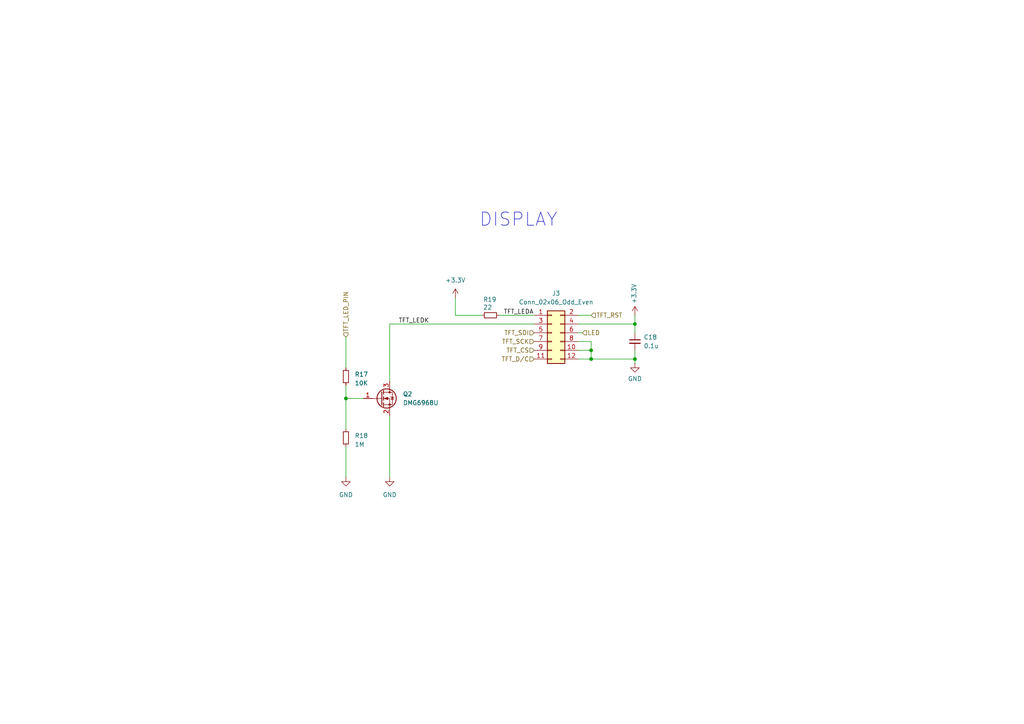
<source format=kicad_sch>
(kicad_sch (version 20250114) (generator "eeschema") (generator_version "9.0")
  (paper "A4")
  (lib_symbols
    (symbol "Connector_Generic:Conn_02x06_Odd_Even" (pin_names (offset 1.016) (hide yes))
      (property "Reference" "J" (at 1.27 7.62 0))
      (property "Value" "Conn_02x06_Odd_Even" (at 1.27 -10.16 0))
      (symbol "Conn_02x06_Odd_Even_1_1"
        (rectangle (start -1.27 6.35) (end 3.81 -8.89) (stroke (width 0.254)) (fill (type background)))
        (rectangle (start -1.27 5.207) (end 0 4.953) (stroke (width 0.1524)))
        (rectangle (start -1.27 2.667) (end 0 2.413) (stroke (width 0.1524)))
        (rectangle (start -1.27 0.127) (end 0 -0.127) (stroke (width 0.1524)))
        (rectangle (start -1.27 -2.413) (end 0 -2.667) (stroke (width 0.1524)))
        (rectangle (start -1.27 -4.953) (end 0 -5.207) (stroke (width 0.1524)))
        (rectangle (start -1.27 -7.493) (end 0 -7.747) (stroke (width 0.1524)))
        (rectangle (start 3.81 5.207) (end 2.54 4.953) (stroke (width 0.1524)))
        (rectangle (start 3.81 2.667) (end 2.54 2.413) (stroke (width 0.1524)))
        (rectangle (start 3.81 0.127) (end 2.54 -0.127) (stroke (width 0.1524)))
        (rectangle (start 3.81 -2.413) (end 2.54 -2.667) (stroke (width 0.1524)))
        (rectangle (start 3.81 -4.953) (end 2.54 -5.207) (stroke (width 0.1524)))
        (rectangle (start 3.81 -7.493) (end 2.54 -7.747) (stroke (width 0.1524)))
        (pin passive line (at -5.08 5.08 0) (length 3.81) (name "Pin_1") (number "1"))
        (pin passive line (at -5.08 2.54 0) (length 3.81) (name "Pin_3") (number "3"))
        (pin passive line (at -5.08 0 0) (length 3.81) (name "Pin_5") (number "5"))
        (pin passive line (at -5.08 -2.54 0) (length 3.81) (name "Pin_7") (number "7"))
        (pin passive line (at -5.08 -5.08 0) (length 3.81) (name "Pin_9") (number "9"))
        (pin passive line (at -5.08 -7.62 0) (length 3.81) (name "Pin_11") (number "11"))
        (pin passive line (at 7.62 5.08 180) (length 3.81) (name "Pin_2") (number "2"))
        (pin passive line (at 7.62 2.54 180) (length 3.81) (name "Pin_4") (number "4"))
        (pin passive line (at 7.62 0 180) (length 3.81) (name "Pin_6") (number "6"))
        (pin passive line (at 7.62 -2.54 180) (length 3.81) (name "Pin_8") (number "8"))
        (pin passive line (at 7.62 -5.08 180) (length 3.81) (name "Pin_10") (number "10"))
        (pin passive line (at 7.62 -7.62 180) (length 3.81) (name "Pin_12") (number "12"))
      )
    )
    (symbol "Device:C_Small" (pin_numbers (hide yes)) (pin_names (offset 0.254) (hide yes))
      (property "Reference" "C" (at 0.254 1.778 0))
      (property "Value" "C_Small" (at 0.254 -2.032 0))
      (symbol "C_Small_0_1"
        (polyline (pts (xy -1.524 0.508) (xy 1.524 0.508)) (stroke (width 0.3048)))
        (polyline (pts (xy -1.524 -0.508) (xy 1.524 -0.508)) (stroke (width 0.3302)))
      )
      (symbol "C_Small_1_1"
        (pin passive line (at 0 2.54 270) (length 2.032) (name "~") (number "1"))
        (pin passive line (at 0 -2.54 90) (length 2.032) (name "~") (number "2"))
      )
    )
    (symbol "Device:R_Small" (pin_numbers (hide yes)) (pin_names (offset 0.254) (hide yes))
      (property "Reference" "R" (at 0.762 0.508 0))
      (property "Value" "R_Small" (at 0.762 -1.016 0))
      (symbol "R_Small_0_1"
        (rectangle (start -0.762 1.778) (end 0.762 -1.778) (stroke (width 0.2032)))
      )
      (symbol "R_Small_1_1"
        (pin passive line (at 0 2.54 270) (length 0.762) (name "~") (number "1"))
        (pin passive line (at 0 -2.54 90) (length 0.762) (name "~") (number "2"))
      )
    )
    (symbol "Transistor_FET:DMG2302U" (pin_names (hide yes))
      (property "Reference" "Q" (at 5.08 1.905 0))
      (property "Value" "DMG2302U" (at 5.08 0 0))
      (symbol "DMG2302U_0_1"
        (polyline (pts (xy 0.254 1.905) (xy 0.254 -1.905)) (stroke (width 0.254)))
        (polyline (pts (xy 0.254 0) (xy -2.54 0)))
        (polyline (pts (xy 0.762 2.286) (xy 0.762 1.27)) (stroke (width 0.254)))
        (polyline (pts (xy 0.762 0.508) (xy 0.762 -0.508)) (stroke (width 0.254)))
        (polyline (pts (xy 0.762 -1.27) (xy 0.762 -2.286)) (stroke (width 0.254)))
        (polyline (pts (xy 0.762 -1.778) (xy 3.302 -1.778) (xy 3.302 1.778) (xy 0.762 1.778)))
        (polyline (pts (xy 1.016 0) (xy 2.032 0.381) (xy 2.032 -0.381) (xy 1.016 0)) (fill (type outline)))
        (circle (center 1.651 0) (radius 2.794) (stroke (width 0.254)))
        (polyline (pts (xy 2.54 2.54) (xy 2.54 1.778)))
        (circle (center 2.54 1.778) (radius 0.254) (fill (type outline)))
        (circle (center 2.54 -1.778) (radius 0.254) (fill (type outline)))
        (polyline (pts (xy 2.54 -2.54) (xy 2.54 0) (xy 0.762 0)))
        (polyline (pts (xy 2.794 0.508) (xy 2.921 0.381) (xy 3.683 0.381) (xy 3.81 0.254)))
        (polyline (pts (xy 3.302 0.381) (xy 2.921 -0.254) (xy 3.683 -0.254) (xy 3.302 0.381)))
      )
      (symbol "DMG2302U_1_1"
        (pin input line (at -5.08 0 0) (length 2.54) (name "G") (number "1"))
        (pin passive line (at 2.54 5.08 270) (length 2.54) (name "D") (number "3"))
        (pin passive line (at 2.54 -5.08 90) (length 2.54) (name "S") (number "2"))
      )
    )
    (symbol "power:+3.3V" (power) (pin_numbers (hide yes)) (pin_names (offset 0) (hide yes))
      (property "Value" "+3.3V" (at 0 3.556 0))
      (symbol "+3.3V_0_1"
        (polyline (pts (xy -0.762 1.27) (xy 0 2.54)))
        (polyline (pts (xy 0 2.54) (xy 0.762 1.27)))
        (polyline (pts (xy 0 0) (xy 0 2.54)))
      )
      (symbol "+3.3V_1_1"
        (pin power_in line (at 0 0 90) (length 0) (name "~") (number "1"))
      )
    )
    (symbol "power:GND" (power) (pin_numbers (hide yes)) (pin_names (offset 0) (hide yes))
      (property "Value" "GND" (at 0 -3.81 0))
      (symbol "GND_0_1"
        (polyline (pts (xy 0 0) (xy 0 -1.27) (xy 1.27 -1.27) (xy 0 -2.54) (xy -1.27 -1.27) (xy 0 -1.27)))
      )
      (symbol "GND_1_1"
        (pin power_in line (at 0 0 270) (length 0) (name "~") (number "1"))
      )
    )
  )
  (text "DISPLAY\n" (at 138.938 66.04 0) (effects (font (size 3.81 3.81)) (justify left bottom)))
  (junction (at 184.15 104.14))
  (junction (at 100.33 115.57))
  (junction (at 171.45 101.6))
  (junction (at 184.15 93.98))
  (junction (at 171.45 104.14))
  (wire (pts (xy 171.45 104.14) (xy 184.15 104.14)))
  (wire (pts (xy 184.15 93.98) (xy 184.15 96.52)))
  (wire (pts (xy 113.03 120.65) (xy 113.03 138.43)))
  (wire (pts (xy 100.33 115.57) (xy 105.41 115.57)))
  (wire (pts (xy 100.33 115.57) (xy 100.33 124.46)))
  (wire (pts (xy 167.64 96.52) (xy 168.91 96.52)))
  (wire (pts (xy 100.33 97.79) (xy 100.33 106.68)))
  (wire (pts (xy 171.45 101.6) (xy 171.45 104.14)))
  (wire (pts (xy 154.94 93.98) (xy 113.03 93.98)))
  (wire (pts (xy 167.64 93.98) (xy 184.15 93.98)))
  (wire (pts (xy 132.08 86.36) (xy 132.08 91.44)))
  (wire (pts (xy 171.45 99.06) (xy 171.45 101.6)))
  (wire (pts (xy 113.03 93.98) (xy 113.03 110.49)))
  (wire (pts (xy 184.15 104.14) (xy 184.15 105.41)))
  (wire (pts (xy 184.15 101.6) (xy 184.15 104.14)))
  (wire (pts (xy 167.64 101.6) (xy 171.45 101.6)))
  (wire (pts (xy 100.33 129.54) (xy 100.33 138.43)))
  (wire (pts (xy 132.08 91.44) (xy 139.7 91.44)))
  (wire (pts (xy 184.15 91.44) (xy 184.15 93.98)))
  (wire (pts (xy 167.64 99.06) (xy 171.45 99.06)))
  (wire (pts (xy 167.64 104.14) (xy 171.45 104.14)))
  (wire (pts (xy 100.33 111.76) (xy 100.33 115.57)))
  (wire (pts (xy 167.64 91.44) (xy 171.45 91.44)))
  (wire (pts (xy 144.78 91.44) (xy 154.94 91.44)))
  (label "TFT_LEDA" (at 146.05 91.44 0))
  (label "TFT_LEDK" (at 115.57 93.98 0))
  (hierarchical_label "TFT_SCK" (shape input) (at 154.94 99.06 180))
  (hierarchical_label "TFT_SDI" (shape input) (at 154.94 96.52 180))
  (hierarchical_label "TFT_D{slash}C" (shape input) (at 154.94 104.14 180))
  (hierarchical_label "TFT_RST" (shape input) (at 171.45 91.44 0))
  (hierarchical_label "TFT_CS" (shape input) (at 154.94 101.6 180))
  (hierarchical_label "LED" (shape input) (at 168.91 96.52 0))
  (hierarchical_label "TFT_LED_PIN" (shape input) (at 100.33 97.79 90))
  (symbol (lib_id "power:+3.3V") (at 132.08 86.36 0) (unit 1)
    (property "Reference" "#PWR032" (effects (hide yes)))
    (property "Value" "+3.3V" (at 132.08 81.28 0))
    (property "Description" "Power symbol creates a global label with name \"+3.3V\"" (effects (hide yes)))
  )
  (symbol (lib_id "Device:C_Small") (at 184.15 99.06 0) (unit 1)
    (property "Reference" "C18" (at 186.69 97.7962 0) (effects (justify left)))
    (property "Value" "0.1u" (at 186.69 100.3362 0) (effects (justify left)))
    (property "Footprint" "Capacitor_SMD:C_0603_1608Metric" (effects (hide yes)))
    (property "Description" "Unpolarized capacitor, small symbol" (effects (hide yes)))
  )
  (symbol (lib_id "Device:R_Small") (at 100.33 109.22 0) (unit 1)
    (property "Reference" "R17" (at 102.87 108.585 0) (effects (justify left)))
    (property "Value" "10K" (at 102.87 111.125 0) (effects (justify left)))
    (property "Footprint" "Resistor_SMD:R_0402_1005Metric_Pad0.72x0.64mm_HandSolder" (effects (hide yes)))
    (property "Description" "Resistor, small symbol" (effects (hide yes)))
  )
  (symbol (lib_id "power:GND") (at 184.15 105.41 0) (unit 1)
    (property "Reference" "#PWR010" (effects (hide yes)))
    (property "Value" "GND" (at 184.15 109.855 0))
    (property "Description" "Power symbol creates a global label with name \"GND\" , ground" (effects (hide yes)))
  )
  (symbol (lib_id "power:+3.3V") (at 184.15 91.44 0) (unit 1)
    (property "Reference" "#PWR078" (effects (hide yes)))
    (property "Value" "+3.3V" (at 183.896 88.138 90) (effects (justify left)))
    (property "Description" "Power symbol creates a global label with name \"+3.3V\"" (effects (hide yes)))
  )
  (symbol (lib_id "Connector_Generic:Conn_02x06_Odd_Even") (at 160.02 96.52 0) (unit 1)
    (property "Reference" "J3" (at 161.29 85.09 0))
    (property "Value" "Conn_02x06_Odd_Even" (at 161.29 87.63 0))
    (property "Footprint" "Connector_PinHeader_1.27mm:PinHeader_2x06_P1.27mm_Vertical_SMD" (effects (hide yes)))
    (property "Description" "Generic connector, double row, 02x06, odd/even pin numbering scheme (row 1 odd numbers, row 2 even numbers), script generated (kicad-library-utils/schlib/autogen/connector/)" (effects (hide yes)))
  )
  (symbol (lib_id "power:GND") (at 113.03 138.43 0) (unit 1)
    (property "Reference" "#PWR028" (effects (hide yes)))
    (property "Value" "GND" (at 113.03 143.51 0))
    (property "Description" "Power symbol creates a global label with name \"GND\" , ground" (effects (hide yes)))
  )
  (symbol (lib_id "power:GND") (at 100.33 138.43 0) (unit 1)
    (property "Reference" "#PWR027" (effects (hide yes)))
    (property "Value" "GND" (at 100.33 143.51 0))
    (property "Description" "Power symbol creates a global label with name \"GND\" , ground" (effects (hide yes)))
  )
  (symbol (lib_id "Transistor_FET:DMG2302U") (at 110.49 115.57 0) (unit 1)
    (property "Reference" "Q2" (at 116.84 114.2999 0) (effects (justify left)))
    (property "Value" "DMG6968U" (at 116.84 116.8399 0) (effects (justify left)))
    (property "Footprint" "Package_TO_SOT_SMD:SOT-23" (effects (hide yes)))
    (property "Datasheet" "http://www.diodes.com/assets/Datasheets/DMG2302U.pdf" (effects (hide yes)))
    (property "Description" "4.2A Id, 20V Vds, N-Channel MOSFET, SOT-23" (effects (hide yes)))
  )
  (symbol (lib_id "Device:R_Small") (at 100.33 127 0) (unit 1)
    (property "Reference" "R18" (at 102.87 126.365 0) (effects (justify left)))
    (property "Value" "1M" (at 102.87 128.905 0) (effects (justify left)))
    (property "Footprint" "Resistor_SMD:R_0402_1005Metric_Pad0.72x0.64mm_HandSolder" (effects (hide yes)))
    (property "Description" "Resistor, small symbol" (effects (hide yes)))
  )
  (symbol (lib_id "Device:R_Small") (at 142.24 91.44 270) (unit 1)
    (property "Reference" "R19" (at 144.018 86.868 90) (effects (justify right)))
    (property "Value" "22" (at 142.748 89.154 90) (effects (justify right)))
    (property "Footprint" "Resistor_SMD:R_0402_1005Metric_Pad0.72x0.64mm_HandSolder" (effects (hide yes)))
    (property "Description" "Resistor, small symbol" (effects (hide yes)))
  )
)
</source>
